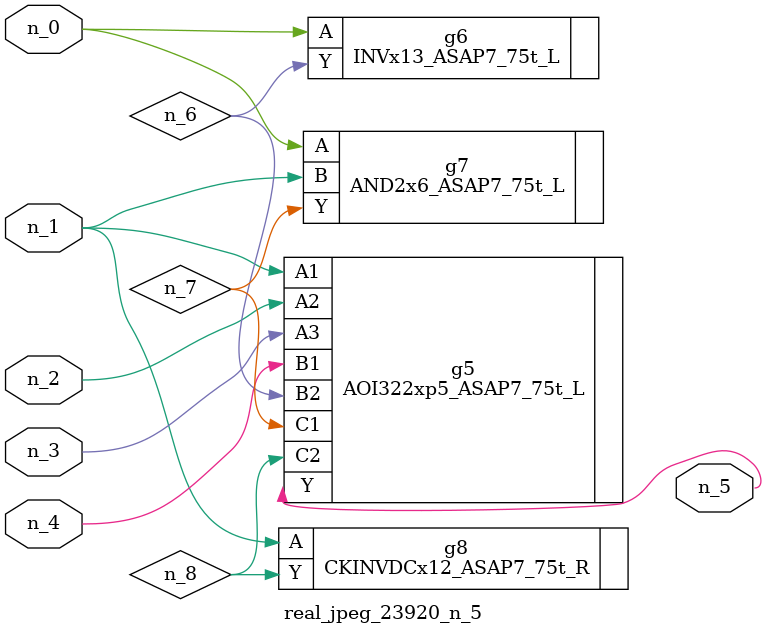
<source format=v>
module real_jpeg_23920_n_5 (n_4, n_0, n_1, n_2, n_3, n_5);

input n_4;
input n_0;
input n_1;
input n_2;
input n_3;

output n_5;

wire n_8;
wire n_6;
wire n_7;

INVx13_ASAP7_75t_L g6 ( 
.A(n_0),
.Y(n_6)
);

AND2x6_ASAP7_75t_L g7 ( 
.A(n_0),
.B(n_1),
.Y(n_7)
);

AOI322xp5_ASAP7_75t_L g5 ( 
.A1(n_1),
.A2(n_2),
.A3(n_3),
.B1(n_4),
.B2(n_6),
.C1(n_7),
.C2(n_8),
.Y(n_5)
);

CKINVDCx12_ASAP7_75t_R g8 ( 
.A(n_1),
.Y(n_8)
);


endmodule
</source>
